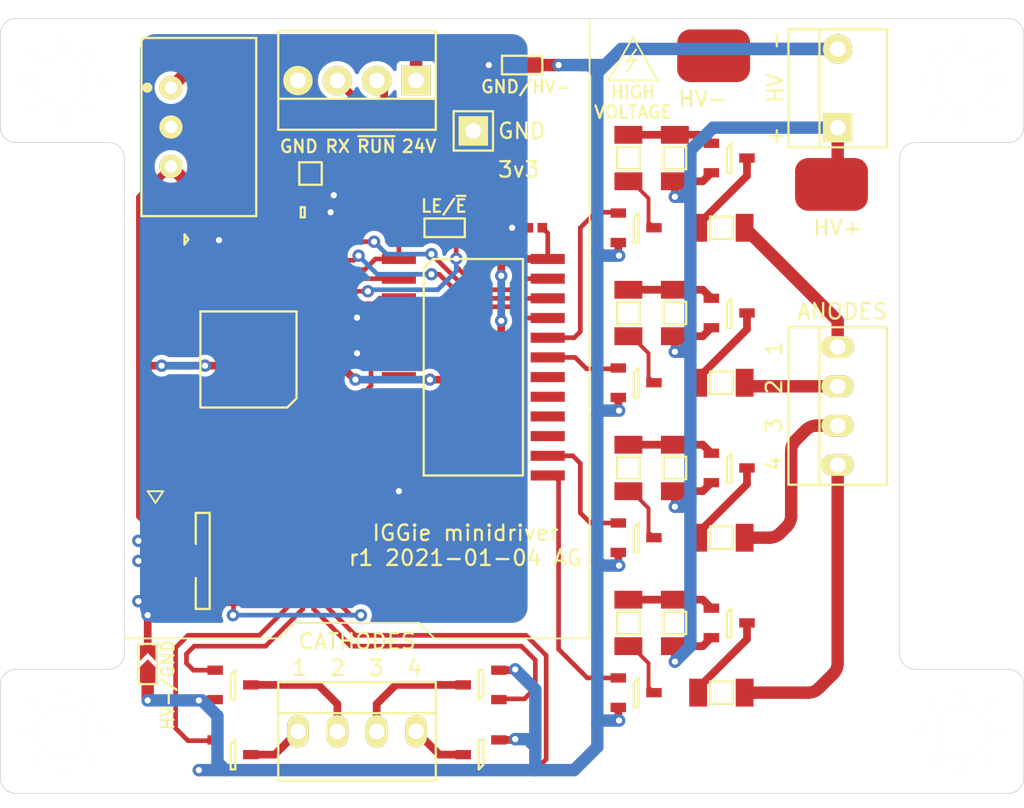
<source format=kicad_pcb>
(kicad_pcb (version 20221018) (generator pcbnew)
  (layers (0 "F.Cu" signal) (31 "B.Cu" signal) (34 "B.Paste" user) (35 "F.Paste" user) (36 "B.SilkS" user "B.Silkscreen") (37 "F.SilkS" user "F.Silkscreen") (38 "B.Mask" user) (39 "F.Mask" user) (44 "Edge.Cuts" user))
  (net 0 "")
  (net 1 "GND")
  (net 2 "24v")
  (net 3 "3v3")
  (net 4 "/nRST")
  (net 5 "no_connect_61")
  (net 6 "no_connect_60")
  (net 7 "no_connect_59")
  (net 8 "no_connect_57")
  (net 9 "no_connect_56")
  (net 10 "no_connect_55")
  (net 11 "no_connect_54")
  (net 12 "/SWCLK")
  (net 13 "/SWDIO")
  (net 14 "no_connect_53")
  (net 15 "/PSU_~{RUN}")
  (net 16 "/PSU_UART_TX")
  (net 17 "no_connect_52")
  (net 18 "/LE")
  (net 19 "/~{E}")
  (net 20 "no_connect_50")
  (net 21 "Net-(D1-Pad2)")
  (net 22 "/LED")
  (net 23 "/A3")
  (net 24 "/A2")
  (net 25 "/A1")
  (net 26 "/A0")
  (net 27 "/GK4")
  (net 28 "/GK3")
  (net 29 "/GK2")
  (net 30 "/GK1")
  (net 31 "no_connect_58")
  (net 32 "no_connect_51")
  (net 33 "no_connect_49")
  (net 34 "no_connect_69")
  (net 35 "no_connect_68")
  (net 36 "no_connect_67")
  (net 37 "no_connect_66")
  (net 38 "no_connect_65")
  (net 39 "no_connect_64")
  (net 40 "no_connect_63")
  (net 41 "no_connect_62")
  (net 42 "/GA1")
  (net 43 "/GA3")
  (net 44 "/GA2")
  (net 45 "/GA4")
  (net 46 "no_connect_73")
  (net 47 "no_connect_72")
  (net 48 "no_connect_71")
  (net 49 "no_connect_70")
  (net 50 "/HV-")
  (net 51 "no_connect_74")
  (net 52 "/HV+")
  (net 53 "Net-(J2-Pad3)")
  (net 54 "Net-(J2-Pad2)")
  (net 55 "/AN4")
  (net 56 "/AN3")
  (net 57 "/AN2")
  (net 58 "/AN1")
  (net 59 "/K4")
  (net 60 "/K3")
  (net 61 "/K2")
  (net 62 "/K1")
  (net 63 "no_connect_76")
  (net 64 "no_connect_77")
  (net 65 "Net-(Q1-Pad3)")
  (net 66 "Net-(Q2-Pad3)")
  (net 67 "Net-(Q3-Pad3)")
  (net 68 "Net-(Q3-Pad1)")
  (net 69 "Net-(Q5-Pad3)")
  (net 70 "Net-(Q5-Pad1)")
  (net 71 "Net-(Q7-Pad3)")
  (net 72 "Net-(Q8-Pad3)")
  (net 73 "Net-(Q9-Pad3)")
  (net 74 "Net-(Q9-Pad1)")
  (net 75 "Net-(Q11-Pad3)")
  (net 76 "Net-(Q11-Pad1)")
  (footprint "agg:SJ2" (layer "F.Cu") (at 120.5 113.5 180)
    (fp_text reference "J3")
    (fp_text value "SJ2")
  )
  (footprint "agg:1206" (layer "F.Cu") (at 132.5 139 90)
    (fp_text reference "R10")
    (fp_text value "1M")
  )
  (footprint "agg:1206" (layer "F.Cu") (at 135.5 139 -90)
    (fp_text reference "R12")
    (fp_text value "10k")
  )
  (footprint "agg:1206" (layer "F.Cu") (at 138.5 113.5)
    (fp_text reference "R7")
    (fp_text value "93k1")
  )
  (footprint "agg:MOLEX-KK-254P-03" (layer "F.Cu") (at 146 104.5 90)
    (fp_text reference "J1")
    (fp_text value "HV_IN")
  )
  (footprint "agg:SOT-23" (layer "F.Cu") (at 139 119)
    (fp_text reference "Q9")
    (fp_text value "PBHV9050T,215")
  )
  (footprint "agg:1206" (layer "F.Cu") (at 138.5 133.5)
    (fp_text reference "R8")
    (fp_text value "93k1")
  )
  (footprint "agg:0402" (layer "F.Cu") (at 114 119.8 90)
    (fp_text reference "C5")
    (fp_text value "100n")
  )
  (footprint "agg:SOT-23" (layer "F.Cu") (at 139 139)
    (fp_text reference "Q11")
    (fp_text value "PBHV9050T,215")
  )
  (footprint "agg:1206" (layer "F.Cu") (at 132.5 119 90)
    (fp_text reference "R9")
    (fp_text value "1M")
  )
  (footprint "agg:1206" (layer "F.Cu") (at 135.5 119 -90)
    (fp_text reference "R11")
    (fp_text value "10k")
  )
  (footprint "agg:0603-LED" (layer "F.Cu") (at 104 114.25 180)
    (fp_text reference "D1")
    (fp_text value "LED")
  )
  (footprint "agg:TSR1" (layer "F.Cu") (at 103 107 -90)
    (fp_text reference "IC1")
    (fp_text value "TSR1-2433")
  )
  (footprint "agg:0402" (layer "F.Cu") (at 114 122 90)
    (fp_text reference "C2")
    (fp_text value "100n")
  )
  (footprint "agg:M3_MOUNT" (layer "F.Cu") (at 96 146)
    (fp_text reference "X1" hide)
    (fp_text value "M3 MOUNT" hide)
  )
  (footprint "agg:SOT-23" (layer "F.Cu") (at 107 147.5)
    (fp_text reference "Q4")
    (fp_text value "DMN60H080DS-7")
  )
  (footprint "agg:KEYSTONE5016" (layer "F.Cu") (at 138 102.4)
    (fp_text reference "TP2")
    (fp_text value "TESTPAD")
  )
  (footprint "agg:0402" (layer "F.Cu") (at 126.5 113.5 180)
    (fp_text reference "C4")
    (fp_text value "100n")
  )
  (footprint "agg:SJ2" (layer "F.Cu") (at 101.5 141.5 90)
    (fp_text reference "J7")
    (fp_text value "SJ2")
  )
  (footprint "agg:M3_MOUNT" (layer "F.Cu") (at 154 104)
    (fp_text reference "X4" hide)
    (fp_text value "M3 MOUNT" hide)
  )
  (footprint "agg:MOLEX-KK-254P-04" (layer "F.Cu") (at 146 125 90)
    (fp_text reference "J4")
    (fp_text value "ANODES")
  )
  (footprint "agg:SOT-23" (layer "F.Cu") (at 133 133.5)
    (fp_text reference "Q2")
    (fp_text value "DMN60H080DS-7")
  )
  (footprint "agg:SOT-23" (layer "F.Cu") (at 133 123.5)
    (fp_text reference "Q7")
    (fp_text value "DMN60H080DS-7")
  )
  (footprint "agg:SJ2" (layer "F.Cu") (at 125.5 103 180)
    (fp_text reference "J6")
    (fp_text value "SJ2")
  )
  (footprint "agg:1206" (layer "F.Cu") (at 112 110)
    (fp_text reference "C1")
    (fp_text value "4µ7")
  )
  (footprint "agg:SOT-23" (layer "F.Cu") (at 123 143 180)
    (fp_text reference "Q6")
    (fp_text value "DMN60H080DS-7")
  )
  (footprint "agg:TESTPAD" (layer "F.Cu") (at 122.5 109.75)
    (fp_text reference "TP3" hide)
    (fp_text value "TESTPAD" hide)
  )
  (footprint "agg:SOT-23" (layer "F.Cu") (at 133 113.5)
    (fp_text reference "Q1")
    (fp_text value "DMN60H080DS-7")
  )
  (footprint "agg:LQFP-32" (layer "F.Cu") (at 108 122 180)
    (fp_text reference "IC2")
    (fp_text value "STM32G070KBT6")
  )
  (footprint "agg:1206" (layer "F.Cu") (at 135.5 109 -90)
    (fp_text reference "R5")
    (fp_text value "10k")
  )
  (footprint "agg:M3_MOUNT" (layer "F.Cu") (at 154 146)
    (fp_text reference "X3" hide)
    (fp_text value "M3 MOUNT" hide)
  )
  (footprint "agg:MOLEX-KK-254P-04" (layer "F.Cu") (at 115 104 180)
    (fp_text reference "J2")
    (fp_text value "HV_PSU")
  )
  (footprint "agg:1206" (layer "F.Cu") (at 132.5 109 90)
    (fp_text reference "R3")
    (fp_text value "1M")
  )
  (footprint "agg:0402" (layer "F.Cu") (at 116.75 110 -90)
    (fp_text reference "R1")
    (fp_text value "100")
  )
  (footprint "agg:SIL-254P-01" (layer "F.Cu") (at 122.5 107.25)
    (fp_text reference "TP4")
    (fp_text value "TESTPAD")
  )
  (footprint "agg:FTSH-105-01-L-DV-K" (layer "F.Cu") (at 105 135 -90)
    (fp_text reference "P1")
    (fp_text value "SWD")
  )
  (footprint "agg:SOT-23" (layer "F.Cu") (at 139 109)
    (fp_text reference "Q3")
    (fp_text value "PBHV9050T,215")
  )
  (footprint "agg:SOT-23" (layer "F.Cu") (at 123 147.5 180)
    (fp_text reference "Q12")
    (fp_text value "DMN60H080DS-7")
  )
  (footprint "agg:KEYSTONE5016" (layer "F.Cu") (at 145.6 110.7 180)
    (fp_text reference "TP1")
    (fp_text value "TESTPAD")
  )
  (footprint "agg:MOLEX-KK-254P-04" (layer "F.Cu") (at 115 146)
    (fp_text reference "J5")
    (fp_text value "CATHODES")
  )
  (footprint "agg:1206" (layer "F.Cu") (at 138.5 143.5)
    (fp_text reference "R14")
    (fp_text value "93k1")
  )
  (footprint "agg:0402" (layer "F.Cu") (at 104 115.9 180)
    (fp_text reference "R15")
    (fp_text value "1k")
  )
  (footprint "agg:SOT-23" (layer "F.Cu") (at 107 143)
    (fp_text reference "Q10")
    (fp_text value "DMN60H080DS-7")
  )
  (footprint "agg:1206" (layer "F.Cu") (at 135.5 129 -90)
    (fp_text reference "R6")
    (fp_text value "10k")
  )
  (footprint "agg:1206" (layer "F.Cu") (at 138.5 123.5)
    (fp_text reference "R13")
    (fp_text value "93k1")
  )
  (footprint "agg:SOT-23" (layer "F.Cu") (at 139 129)
    (fp_text reference "Q5")
    (fp_text value "PBHV9050T,215")
  )
  (footprint "agg:SOT-23" (layer "F.Cu") (at 133 143.5)
    (fp_text reference "Q8")
    (fp_text value "DMN60H080DS-7")
  )
  (footprint "agg:SOIC-24-W" (layer "F.Cu") (at 122.5 122.5)
    (fp_text reference "IC3")
    (fp_text value "74HC4514")
  )
  (footprint "agg:0603" (layer "F.Cu") (at 111.5 112.5)
    (fp_text reference "C3")
    (fp_text value "10µ")
  )
  (footprint "agg:1206" (layer "F.Cu") (at 132.5 129 90)
    (fp_text reference "R4")
    (fp_text value "1M")
  )
  (footprint "agg:0402" (layer "F.Cu") (at 115.25 110 -90)
    (fp_text reference "R2")
    (fp_text value "100")
  )
  (footprint "agg:M3_MOUNT" (layer "F.Cu") (at 96 104)
    (fp_text reference "X2" hide)
    (fp_text value "M3 MOUNT" hide)
  )
  (gr_line (start 134.4 104) (end 132.8 101.2) (stroke (width 0.12)) (layer "F.SilkS"))
  (gr_line (start 130 100) (end 130 140) (stroke (width 0.12)) (layer "F.SilkS"))
  (gr_line (start 110 140) (end 100 140) (stroke (width 0.12)) (layer "F.SilkS"))
  (gr_line (start 102 131.25) (end 101.5 130.5) (stroke (width 0.12)) (layer "F.SilkS"))
  (gr_line (start 111 139) (end 119 139) (stroke (width 0.12)) (layer "F.SilkS"))
  (gr_line (start 132.4 102.8) (end 133 102.6) (stroke (width 0.12)) (layer "F.SilkS"))
  (gr_line (start 102.5 130.5) (end 102 131.25) (stroke (width 0.12)) (layer "F.SilkS"))
  (gr_line (start 133 102) (end 132.4 102.8) (stroke (width 0.12)) (layer "F.SilkS"))
  (gr_line (start 130 140) (end 120 140) (stroke (width 0.12)) (layer "F.SilkS"))
  (gr_line (start 132.8 101.2) (end 131.2 104) (stroke (width 0.12)) (layer "F.SilkS"))
  (gr_line (start 131.2 104) (end 134.4 104) (stroke (width 0.12)) (layer "F.SilkS"))
  (gr_line (start 101.5 130.5) (end 102.5 130.5) (stroke (width 0.12)) (layer "F.SilkS"))
  (gr_line (start 110 140) (end 111 139) (stroke (width 0.12)) (layer "F.SilkS"))
  (gr_line (start 133 102.6) (end 132.4 103.4) (stroke (width 0.12)) (layer "F.SilkS"))
  (gr_line (start 119 139) (end 120 140) (stroke (width 0.12)) (layer "F.SilkS"))
  (gr_arc (start 99 108) (mid 99.707107 108.292893) (end 100 109) (stroke (width 0.05)) (layer "Edge.Cuts"))
  (gr_line (start 93 142) (end 99 142) (stroke (width 0.05)) (layer "Edge.Cuts"))
  (gr_arc (start 92 143) (mid 92.292893 142.292893) (end 93 142) (stroke (width 0.05)) (layer "Edge.Cuts"))
  (gr_line (start 92 149) (end 92 143) (stroke (width 0.05)) (layer "Edge.Cuts"))
  (gr_line (start 151 142) (end 157 142) (stroke (width 0.05)) (layer "Edge.Cuts"))
  (gr_arc (start 157 100) (mid 157.707107 100.292893) (end 158 101) (stroke (width 0.05)) (layer "Edge.Cuts"))
  (gr_line (start 150 141) (end 150 109) (stroke (width 0.05)) (layer "Edge.Cuts"))
  (gr_arc (start 151 142) (mid 150.292893 141.707107) (end 150 141) (stroke (width 0.05)) (layer "Edge.Cuts"))
  (gr_line (start 92 101) (end 92 107) (stroke (width 0.05)) (layer "Edge.Cuts"))
  (gr_arc (start 92 101) (mid 92.292893 100.292893) (end 93 100) (stroke (width 0.05)) (layer "Edge.Cuts"))
  (gr_arc (start 158 107) (mid 157.707107 107.707107) (end 157 108) (stroke (width 0.05)) (layer "Edge.Cuts"))
  (gr_line (start 158 107) (end 158 101) (stroke (width 0.05)) (layer "Edge.Cuts"))
  (gr_line (start 158 143) (end 158 149) (stroke (width 0.05)) (layer "Edge.Cuts"))
  (gr_line (start 93 150) (end 157 150) (stroke (width 0.05)) (layer "Edge.Cuts"))
  (gr_arc (start 93 108) (mid 92.292893 107.707107) (end 92 107) (stroke (width 0.05)) (layer "Edge.Cuts"))
  (gr_line (start 157 100) (end 93 100) (stroke (width 0.05)) (layer "Edge.Cuts"))
  (gr_arc (start 157 142) (mid 157.707107 142.292893) (end 158 143) (stroke (width 0.05)) (layer "Edge.Cuts"))
  (gr_arc (start 93 150) (mid 92.292893 149.707107) (end 92 149) (stroke (width 0.05)) (layer "Edge.Cuts"))
  (gr_arc (start 150 109) (mid 150.292893 108.292893) (end 151 108) (stroke (width 0.05)) (layer "Edge.Cuts"))
  (gr_arc (start 158 149) (mid 157.707107 149.707107) (end 157 150) (stroke (width 0.05)) (layer "Edge.Cuts"))
  (gr_line (start 93 108) (end 99 108) (stroke (width 0.05)) (layer "Edge.Cuts"))
  (gr_arc (start 100 141) (mid 99.707107 141.707107) (end 99 142) (stroke (width 0.05)) (layer "Edge.Cuts"))
  (gr_line (start 151 108) (end 157 108) (stroke (width 0.05)) (layer "Edge.Cuts"))
  (gr_line (start 100 109) (end 100 141) (stroke (width 0.05)) (layer "Edge.Cuts"))
  (gr_text "~{RUN}" (at 116.25 108.25) (layer "F.SilkS") (effects (font (size 0.8 0.8))))
  (gr_text "1  2  3  4" (at 115 141.9) (layer "F.SilkS") (effects (font (size 1 1))))
  (gr_text "4  3  2  1" (at 141.9 125 90) (layer "F.SilkS") (effects (font (size 1 1))))
  (gr_text "GND/HV-" (at 125.9 104.4) (layer "F.SilkS") (effects (font (size 0.8 0.8))))
  (gr_text "ANODES" (at 146.3 118.9) (layer "F.SilkS") (effects (font (size 1 1))))
  (gr_text "CATHODES" (at 115 140.2) (layer "F.SilkS") (effects (font (size 1 1))))
  (gr_text "HV+" (at 146 113.5) (layer "F.SilkS") (effects (font (size 1 1))))
  (gr_text "HV-/GND" (at 102.8 143 90) (layer "F.SilkS") (effects (font (size 0.8 0.8))))
  (gr_text "IGGie minidriver\nr1 2021-01-04 AG" (at 122 134) (layer "F.SilkS") (effects (font (size 1 1))))
  (gr_text "RX" (at 113.75 108.25) (layer "F.SilkS") (effects (font (size 0.8 0.8))))
  (gr_text "3v3" (at 124 109.75) (layer "F.SilkS") (effects (font (size 1 1)) (justify left)))
  (gr_text "HV-" (at 137.3 105.2) (layer "F.SilkS") (effects (font (size 1 1))))
  (gr_text "HIGH\nVOLTAGE" (at 132.8 105.4) (layer "F.SilkS") (effects (font (size 0.8 0.8))))
  (gr_text "GND" (at 124 107.25) (layer "F.SilkS") (effects (font (size 1 1)) (justify left)))
  (gr_text "24V" (at 119 108.25) (layer "F.SilkS") (effects (font (size 0.8 0.8))))
  (gr_text "+  HV  -" (at 142 104.5 90) (layer "F.SilkS") (effects (font (size 1 1))))
  (gr_text "GND" (at 111.25 108.25) (layer "F.SilkS") (effects (font (size 0.8 0.8))))
  (gr_text "LE/~{E}" (at 120.6 112.1) (layer "F.SilkS") (effects (font (size 0.8 0.8))))
  (segment (start 102.905 137.6) (end 100.9 137.6) (width 0.3) (layer "F.Cu") (net 1))
  (segment (start 114.95 119.35) (end 115 119.3) (width 0.3) (layer "F.Cu") (net 1))
  (segment (start 117.7 129.485) (end 117.7 130.5) (width 0.3) (layer "F.Cu") (net 1))
  (segment (start 100.93 133.73) (end 100.9 133.7) (width 0.3) (layer "F.Cu") (net 1))
  (segment (start 102.965 135) (end 100.9 135) (width 0.3) (layer "F.Cu") (net 1))
  (segment (start 113.5 110) (end 113.5 111.4) (width 0.8) (layer "F.Cu") (net 1))
  (segment (start 112.2 121.6) (end 113.95 121.6) (width 0.5) (layer "F.Cu") (net 1))
  (segment (start 104.8 114.25) (end 106.05 114.25) (width 0.3) (layer "F.Cu") (net 1))
  (segment (start 102.965 137.54) (end 102.905 137.6) (width 0.3) (layer "F.Cu") (net 1))
  (segment (start 101.5 140.65) (end 101.5 138.5) (width 0.5) (layer "F.Cu") (net 1))
  (segment (start 124.65 103) (end 123.5 103) (width 0.5) (layer "F.Cu") (net 1))
  (segment (start 112.3 112.5) (end 113.3 112.5) (width 0.8) (layer "F.Cu") (net 1))
  (segment (start 106.05 114.25) (end 106.1 114.3) (width 0.3) (layer "F.Cu") (net 1))
  (segment (start 113.95 121.6) (end 114 121.55) (width 0.3) (layer "F.Cu") (net 1))
  (segment (start 102.965 133.73) (end 100.93 133.73) (width 0.3) (layer "F.Cu") (net 1))
  (segment (start 114.95 121.55) (end 115 121.6) (width 0.3) (layer "F.Cu") (net 1))
  (segment (start 114 121.55) (end 114.95 121.55) (width 0.5) (layer "F.Cu") (net 1))
  (segment (start 114 119.35) (end 114.95 119.35) (width 0.5) (layer "F.Cu") (net 1))
  (segment (start 126.05 113.5) (end 125 113.5) (width 0.3) (layer "F.Cu") (net 1))
  (via (at 113.3 112.5) (size 0.8) (drill 0.4) (layers "F.Cu" "B.Cu") (net 1))
  (via (at 100.9 135) (size 0.8) (drill 0.4) (layers "F.Cu" "B.Cu") (net 1))
  (via (at 106.1 114.3) (size 0.8) (drill 0.4) (layers "F.Cu" "B.Cu") (net 1))
  (via (at 100.9 133.7) (size 0.8) (drill 0.4) (layers "F.Cu" "B.Cu") (net 1))
  (via (at 113.5 111.4) (size 0.8) (drill 0.4) (layers "F.Cu" "B.Cu") (net 1))
  (via (at 115 119.3) (size 0.8) (drill 0.4) (layers "F.Cu" "B.Cu") (net 1))
  (via (at 123.5 103) (size 0.8) (drill 0.4) (layers "F.Cu" "B.Cu") (net 1))
  (via (at 125 113.5) (size 0.8) (drill 0.4) (layers "F.Cu" "B.Cu") (net 1))
  (via (at 100.9 137.6) (size 0.8) (drill 0.4) (layers "F.Cu" "B.Cu") (net 1))
  (via (at 117.7 130.5) (size 0.8) (drill 0.4) (layers "F.Cu" "B.Cu") (net 1))
  (via (at 101.5 138.5) (size 0.8) (drill 0.4) (layers "F.Cu" "B.Cu") (net 1))
  (via (at 115 121.6) (size 0.8) (drill 0.4) (layers "F.Cu" "B.Cu") (net 1))
  (segment (start 108.75 102) (end 109.05 101.7) (width 0.8) (layer "F.Cu") (net 2))
  (segment (start 109.05 101.7) (end 105.76 101.7) (width 0.8) (layer "F.Cu") (net 2))
  (segment (start 118.81 102.31) (end 118.2 101.7) (width 0.8) (layer "F.Cu") (net 2))
  (segment (start 108.75 105.75) (end 108.75 102) (width 0.8) (layer "F.Cu") (net 2))
  (segment (start 105.76 101.7) (end 103 104.46) (width 0.8) (layer "F.Cu") (net 2))
  (segment (start 118.81 104) (end 118.81 102.31) (width 0.8) (layer "F.Cu") (net 2))
  (segment (start 118.2 101.7) (end 109.05 101.7) (width 0.8) (layer "F.Cu") (net 2))
  (segment (start 110.5 110) (end 110.5 107.5) (width 0.8) (layer "F.Cu") (net 2))
  (segment (start 110.5 107.5) (end 108.75 105.75) (width 0.8) (layer "F.Cu") (net 2))
  (segment (start 114 122.45) (end 114.85 123.3) (width 0.5) (layer "F.Cu") (net 3))
  (segment (start 122.2 123.3) (end 124.3 121.2) (width 0.5) (layer "F.Cu") (net 3))
  (segment (start 114.85 123.3) (end 114.9 123.3) (width 0.5) (layer "F.Cu") (net 3))
  (segment (start 119.7 123.3) (end 122.2 123.3) (width 0.5) (layer "F.Cu") (net 3))
  (segment (start 123.75 115.35) (end 124.3 115.9) (width 0.3) (layer "F.Cu") (net 3))
  (segment (start 123.75 111) (end 123.75 115.35) (width 0.3) (layer "F.Cu") (net 3))
  (segment (start 124.3 115.9) (end 124.3 116.6) (width 0.5) (layer "F.Cu") (net 3))
  (segment (start 112.2 122.4) (end 105.2 122.4) (width 0.5) (layer "F.Cu") (net 3))
  (segment (start 102.4 122.4) (end 101.1 122.4) (width 0.5) (layer "F.Cu") (net 3))
  (segment (start 102.965 132.46) (end 101.36 132.46) (width 0.5) (layer "F.Cu") (net 3))
  (segment (start 124.3 121.2) (end 124.3 119.5) (width 0.5) (layer "F.Cu") (net 3))
  (segment (start 122.5 109.75) (end 123.75 111) (width 0.3) (layer "F.Cu") (net 3))
  (segment (start 113.95 122.4) (end 114 122.45) (width 0.3) (layer "F.Cu") (net 3))
  (segment (start 127.3 113.85) (end 127.3 115.515) (width 0.3) (layer "F.Cu") (net 3))
  (segment (start 124.685 115.515) (end 124.3 115.9) (width 0.5) (layer "F.Cu") (net 3))
  (segment (start 101 122.3) (end 101 111.54) (width 0.5) (layer "F.Cu") (net 3))
  (segment (start 101 111.54) (end 103 109.54) (width 0.5) (layer "F.Cu") (net 3))
  (segment (start 101.1 122.4) (end 101 122.3) (width 0.3) (layer "F.Cu") (net 3))
  (segment (start 127.3 115.515) (end 124.685 115.515) (width 0.5) (layer "F.Cu") (net 3))
  (segment (start 105.96 112.5) (end 103 109.54) (width 0.8) (layer "F.Cu") (net 3))
  (segment (start 126.95 113.5) (end 127.3 113.85) (width 0.3) (layer "F.Cu") (net 3))
  (segment (start 110.7 112.5) (end 105.96 112.5) (width 0.8) (layer "F.Cu") (net 3))
  (segment (start 101 132.1) (end 101 122.3) (width 0.5) (layer "F.Cu") (net 3))
  (segment (start 101.36 132.46) (end 101 132.1) (width 0.5) (layer "F.Cu") (net 3))
  (segment (start 112.2 122.4) (end 113.95 122.4) (width 0.5) (layer "F.Cu") (net 3))
  (via (at 102.4 122.4) (size 0.8) (drill 0.4) (layers "F.Cu" "B.Cu") (net 3))
  (via (at 124.3 119.5) (size 0.8) (drill 0.4) (layers "F.Cu" "B.Cu") (net 3))
  (via (at 124.3 116.6) (size 0.8) (drill 0.4) (layers "F.Cu" "B.Cu") (net 3))
  (via (at 119.7 123.3) (size 0.8) (drill 0.4) (layers "F.Cu" "B.Cu") (net 3))
  (via (at 114.9 123.3) (size 0.8) (drill 0.4) (layers "F.Cu" "B.Cu") (net 3))
  (via (at 105.2 122.4) (size 0.8) (drill 0.4) (layers "F.Cu" "B.Cu") (net 3))
  (segment (start 114.9 123.3) (end 119.7 123.3) (width 0.5) (layer "B.Cu") (net 3))
  (segment (start 124.3 119.5) (end 124.3 116.6) (width 0.5) (layer "B.Cu") (net 3))
  (segment (start 105.2 122.4) (end 102.4 122.4) (width 0.5) (layer "B.Cu") (net 3))
  (segment (start 113.6 137.5) (end 113.6 126) (width 0.3) (layer "F.Cu") (net 4))
  (segment (start 115.9 123.7) (end 115.9 120.9) (width 0.3) (layer "F.Cu") (net 4))
  (segment (start 115.9 120.9) (end 115.25 120.25) (width 0.3) (layer "F.Cu") (net 4))
  (segment (start 113.45 120.8) (end 114 120.25) (width 0.3) (layer "F.Cu") (net 4))
  (segment (start 107.035 137.54) (end 107.035 138.465) (width 0.3) (layer "F.Cu") (net 4))
  (segment (start 113.6 126) (end 115.9 123.7) (width 0.3) (layer "F.Cu") (net 4))
  (segment (start 115.25 138.5) (end 114.6 138.5) (width 0.3) (layer "F.Cu") (net 4))
  (segment (start 107.035 138.465) (end 107 138.5) (width 0.3) (layer "F.Cu") (net 4))
  (segment (start 115.25 120.25) (end 114 120.25) (width 0.3) (layer "F.Cu") (net 4))
  (segment (start 114.6 138.5) (end 113.6 137.5) (width 0.3) (layer "F.Cu") (net 4))
  (segment (start 112.2 120.8) (end 113.45 120.8) (width 0.3) (layer "F.Cu") (net 4))
  (via (at 115.25 138.5) (size 0.8) (drill 0.4) (layers "F.Cu" "B.Cu") (net 4))
  (via (at 107 138.5) (size 0.8) (drill 0.4) (layers "F.Cu" "B.Cu") (net 4))
  (segment (start 107 138.5) (end 115.25 138.5) (width 0.3) (layer "B.Cu") (net 4))
  (segment (start 105.2 129) (end 106.8 130.6) (width 0.3) (layer "F.Cu") (net 12))
  (segment (start 109.1 130.6) (end 109.7 131.2) (width 0.3) (layer "F.Cu") (net 12))
  (segment (start 109.7 131.2) (end 109.7 133) (width 0.3) (layer "F.Cu") (net 12))
  (segment (start 109.7 133) (end 108.97 133.73) (width 0.3) (layer "F.Cu") (net 12))
  (segment (start 106.8 130.6) (end 109.1 130.6) (width 0.3) (layer "F.Cu") (net 12))
  (segment (start 108.97 133.73) (end 107.035 133.73) (width 0.3) (layer "F.Cu") (net 12))
  (segment (start 105.2 126.2) (end 105.2 129) (width 0.3) (layer "F.Cu") (net 12))
  (segment (start 109 131.5) (end 108.8 131.3) (width 0.3) (layer "F.Cu") (net 13))
  (segment (start 109 132.2) (end 109 131.5) (width 0.3) (layer "F.Cu") (net 13))
  (segment (start 108.74 132.46) (end 109 132.2) (width 0.3) (layer "F.Cu") (net 13))
  (segment (start 106.5 131.3) (end 103.8 128.6) (width 0.3) (layer "F.Cu") (net 13))
  (segment (start 103.8 128.6) (end 103.8 124.8) (width 0.3) (layer "F.Cu") (net 13))
  (segment (start 107.035 132.46) (end 108.74 132.46) (width 0.3) (layer "F.Cu") (net 13))
  (segment (start 108.8 131.3) (end 106.5 131.3) (width 0.3) (layer "F.Cu") (net 13))
  (segment (start 109.4 114.3) (end 113.9 114.3) (width 0.3) (layer "F.Cu") (net 15))
  (segment (start 113.9 114.3) (end 116.75 111.45) (width 0.3) (layer "F.Cu") (net 15))
  (segment (start 106.8 116.9) (end 109.4 114.3) (width 0.3) (layer "F.Cu") (net 15))
  (segment (start 106.8 117.8) (end 106.8 116.9) (width 0.3) (layer "F.Cu") (net 15))
  (segment (start 116.75 111.45) (end 116.75 110.45) (width 0.3) (layer "F.Cu") (net 15))
  (segment (start 113.7 113.7) (end 115.25 112.15) (width 0.3) (layer "F.Cu") (net 16))
  (segment (start 115.25 112.15) (end 115.25 110.45) (width 0.3) (layer "F.Cu") (net 16))
  (segment (start 106 116.9) (end 109.2 113.7) (width 0.3) (layer "F.Cu") (net 16))
  (segment (start 109.2 113.7) (end 113.7 113.7) (width 0.3) (layer "F.Cu") (net 16))
  (segment (start 106 117.8) (end 106 116.9) (width 0.3) (layer "F.Cu") (net 16))
  (segment (start 117.7 113.9) (end 117.7 115.515) (width 0.3) (layer "F.Cu") (net 18))
  (segment (start 118.1 113.5) (end 117.7 113.9) (width 0.3) (layer "F.Cu") (net 18))
  (segment (start 115.5 116.2) (end 116.185 115.515) (width 0.3) (layer "F.Cu") (net 18))
  (segment (start 110.5 116.2) (end 115.5 116.2) (width 0.3) (layer "F.Cu") (net 18))
  (segment (start 110 117.8) (end 110 116.7) (width 0.3) (layer "F.Cu") (net 18))
  (segment (start 110 116.7) (end 110.5 116.2) (width 0.3) (layer "F.Cu") (net 18))
  (segment (start 119.65 113.5) (end 118.1 113.5) (width 0.3) (layer "F.Cu") (net 18))
  (segment (start 116.185 115.515) (end 117.7 115.515) (width 0.3) (layer "F.Cu") (net 18))
  (segment (start 125.815 116.785) (end 127.3 116.785) (width 0.3) (layer "F.Cu") (net 19))
  (segment (start 112.4 117.6) (end 110 120) (width 0.3) (layer "F.Cu") (net 19))
  (segment (start 115.7 117.6) (end 112.4 117.6) (width 0.3) (layer "F.Cu") (net 19))
  (segment (start 125.1 117.5) (end 125.815 116.785) (width 0.3) (layer "F.Cu") (net 19))
  (segment (start 110 120) (end 103.8 120) (width 0.3) (layer "F.Cu") (net 19))
  (segment (start 121.35 113.5) (end 121.4 113.55) (width 0.3) (layer "F.Cu") (net 19))
  (segment (start 121.4 116) (end 122.9 117.5) (width 0.3) (layer "F.Cu") (net 19))
  (segment (start 122.9 117.5) (end 125.1 117.5) (width 0.3) (layer "F.Cu") (net 19))
  (segment (start 121.4 113.55) (end 121.4 115.5) (width 0.3) (layer "F.Cu") (net 19))
  (segment (start 121.4 115.5) (end 121.4 116) (width 0.3) (layer "F.Cu") (net 19))
  (via (at 115.7 117.6) (size 0.8) (drill 0.4) (layers "F.Cu" "B.Cu") (net 19))
  (via (at 121.4 115.5) (size 0.8) (drill 0.4) (layers "F.Cu" "B.Cu") (net 19))
  (segment (start 120.2 117.5) (end 118.9 117.5) (width 0.3) (layer "B.Cu") (net 19))
  (segment (start 115.8 117.5) (end 115.7 117.6) (width 0.3) (layer "B.Cu") (net 19))
  (segment (start 120.4 117.3) (end 120.2 117.5) (width 0.3) (layer "B.Cu") (net 19))
  (segment (start 121.4 115.5) (end 121.4 116.3) (width 0.3) (layer "B.Cu") (net 19))
  (segment (start 118.9 117.5) (end 115.8 117.5) (width 0.3) (layer "B.Cu") (net 19))
  (segment (start 121.4 116.3) (end 120.4 117.3) (width 0.3) (layer "B.Cu") (net 19))
  (segment (start 103.2 114.25) (end 103.2 115.55) (width 0.3) (layer "F.Cu") (net 21))
  (segment (start 103.2 115.55) (end 103.55 115.9) (width 0.3) (layer "F.Cu") (net 21))
  (segment (start 104.65 115.9) (end 104.45 115.9) (width 0.3) (layer "F.Cu") (net 22))
  (segment (start 105.2 117.8) (end 105.2 116.45) (width 0.3) (layer "F.Cu") (net 22))
  (segment (start 105.2 116.45) (end 104.65 115.9) (width 0.3) (layer "F.Cu") (net 22))
  (segment (start 109.7 114.9) (end 114.2 114.9) (width 0.3) (layer "F.Cu") (net 23))
  (segment (start 127.3 118.055) (end 122.655 118.055) (width 0.3) (layer "F.Cu") (net 23))
  (segment (start 108.4 116.2) (end 109.7 114.9) (width 0.3) (layer "F.Cu") (net 23))
  (segment (start 108.4 117.8) (end 108.4 116.2) (width 0.3) (layer "F.Cu") (net 23))
  (segment (start 114.2 114.9) (end 114.7 114.4) (width 0.3) (layer "F.Cu") (net 23))
  (segment (start 122.655 118.055) (end 119.8 115.2) (width 0.3) (layer "F.Cu") (net 23))
  (segment (start 114.7 114.4) (end 116.1 114.4) (width 0.3) (layer "F.Cu") (net 23))
  (via (at 119.8 115.2) (size 0.8) (drill 0.4) (layers "F.Cu" "B.Cu") (net 23))
  (via (at 116.1 114.4) (size 0.8) (drill 0.4) (layers "F.Cu" "B.Cu") (net 23))
  (segment (start 116.9 115.2) (end 116.1 114.4) (width 0.3) (layer "B.Cu") (net 23))
  (segment (start 119.8 115.2) (end 116.9 115.2) (width 0.3) (layer "B.Cu") (net 23))
  (segment (start 109.2 116.4) (end 110 115.6) (width 0.3) (layer "F.Cu") (net 24))
  (segment (start 114.8 115.6) (end 115.1 115.3) (width 0.3) (layer "F.Cu") (net 24))
  (segment (start 110 115.6) (end 114.8 115.6) (width 0.3) (layer "F.Cu") (net 24))
  (segment (start 125.2 118.6) (end 125.925 119.325) (width 0.3) (layer "F.Cu") (net 24))
  (segment (start 120.3 116.5) (end 122.4 118.6) (width 0.3) (layer "F.Cu") (net 24))
  (segment (start 119.8 116.5) (end 120.3 116.5) (width 0.3) (layer "F.Cu") (net 24))
  (segment (start 122.4 118.6) (end 125.2 118.6) (width 0.3) (layer "F.Cu") (net 24))
  (segment (start 109.2 117.8) (end 109.2 116.4) (width 0.3) (layer "F.Cu") (net 24))
  (segment (start 125.925 119.325) (end 127.3 119.325) (width 0.3) (layer "F.Cu") (net 24))
  (via (at 115.1 115.3) (size 0.8) (drill 0.4) (layers "F.Cu" "B.Cu") (net 24))
  (via (at 119.8 116.5) (size 0.8) (drill 0.4) (layers "F.Cu" "B.Cu") (net 24))
  (segment (start 119.8 116.5) (end 116.3 116.5) (width 0.3) (layer "B.Cu") (net 24))
  (segment (start 116.3 116.5) (end 115.1 115.3) (width 0.3) (layer "B.Cu") (net 24))
  (segment (start 112.2 119.2) (end 112.7 119.2) (width 0.3) (layer "F.Cu") (net 25))
  (segment (start 112.7 119.2) (end 113.5 118.4) (width 0.3) (layer "F.Cu") (net 25))
  (segment (start 113.5 118.4) (end 116.1 118.4) (width 0.3) (layer "F.Cu") (net 25))
  (segment (start 116.1 118.4) (end 116.445 118.055) (width 0.3) (layer "F.Cu") (net 25))
  (segment (start 116.445 118.055) (end 117.7 118.055) (width 0.3) (layer "F.Cu") (net 25))
  (segment (start 117.7 116.785) (end 111.015 116.785) (width 0.3) (layer "F.Cu") (net 26))
  (segment (start 111.015 116.785) (end 110.8 117) (width 0.3) (layer "F.Cu") (net 26))
  (segment (start 110.8 117) (end 110.8 117.8) (width 0.3) (layer "F.Cu") (net 26))
  (segment (start 114.9 139.8) (end 125.9 139.8) (width 0.3) (layer "F.Cu") (net 27))
  (segment (start 127.2 147.8) (end 126.55 148.45) (width 0.3) (layer "F.Cu") (net 27))
  (segment (start 110.8 127.4) (end 112.9 129.5) (width 0.3) (layer "F.Cu") (net 27))
  (segment (start 126.55 148.45) (end 124.15 148.45) (width 0.3) (layer "F.Cu") (net 27))
  (segment (start 110.8 126.2) (end 110.8 127.4) (width 0.3) (layer "F.Cu") (net 27))
  (segment (start 112.9 129.5) (end 112.9 137.8) (width 0.3) (layer "F.Cu") (net 27))
  (segment (start 112.9 137.8) (end 114.9 139.8) (width 0.3) (layer "F.Cu") (net 27))
  (segment (start 125.9 139.8) (end 127.2 141.1) (width 0.3) (layer "F.Cu") (net 27))
  (segment (start 127.2 141.1) (end 127.2 147.8) (width 0.3) (layer "F.Cu") (net 27))
  (segment (start 124.2 143.9) (end 124.15 143.95) (width 0.3) (layer "F.Cu") (net 28))
  (segment (start 114.6 140.5) (end 125.6 140.5) (width 0.3) (layer "F.Cu") (net 28))
  (segment (start 110 127.7) (end 112.2 129.9) (width 0.3) (layer "F.Cu") (net 28))
  (segment (start 112.2 129.9) (end 112.2 138.1) (width 0.3) (layer "F.Cu") (net 28))
  (segment (start 125.8 143.9) (end 124.2 143.9) (width 0.3) (layer "F.Cu") (net 28))
  (segment (start 126.5 143.2) (end 125.8 143.9) (width 0.3) (layer "F.Cu") (net 28))
  (segment (start 126.5 141.4) (end 126.5 143.2) (width 0.3) (layer "F.Cu") (net 28))
  (segment (start 125.6 140.5) (end 126.5 141.4) (width 0.3) (layer "F.Cu") (net 28))
  (segment (start 110 126.2) (end 110 127.7) (width 0.3) (layer "F.Cu") (net 28))
  (segment (start 112.2 138.1) (end 114.6 140.5) (width 0.3) (layer "F.Cu") (net 28))
  (segment (start 109.2 126.2) (end 109.2 128) (width 0.3) (layer "F.Cu") (net 29))
  (segment (start 109.2 128) (end 111.5 130.3) (width 0.3) (layer "F.Cu") (net 29))
  (segment (start 104 141.6) (end 104.45 142.05) (width 0.3) (layer "F.Cu") (net 29))
  (segment (start 104.45 142.05) (end 105.85 142.05) (width 0.3) (layer "F.Cu") (net 29))
  (segment (start 104.5 140.5) (end 104 141) (width 0.3) (layer "F.Cu") (net 29))
  (segment (start 111.5 138.1) (end 109.1 140.5) (width 0.3) (layer "F.Cu") (net 29))
  (segment (start 109.1 140.5) (end 104.5 140.5) (width 0.3) (layer "F.Cu") (net 29))
  (segment (start 104 141) (end 104 141.6) (width 0.3) (layer "F.Cu") (net 29))
  (segment (start 111.5 130.3) (end 111.5 138.1) (width 0.3) (layer "F.Cu") (net 29))
  (segment (start 108.4 128.2) (end 110.8 130.6) (width 0.3) (layer "F.Cu") (net 30))
  (segment (start 110.8 130.6) (end 110.8 137.7) (width 0.3) (layer "F.Cu") (net 30))
  (segment (start 103.3 140.6) (end 103.3 145.8) (width 0.3) (layer "F.Cu") (net 30))
  (segment (start 104.1 146.6) (end 105.8 146.6) (width 0.3) (layer "F.Cu") (net 30))
  (segment (start 103.3 145.8) (end 104.1 146.6) (width 0.3) (layer "F.Cu") (net 30))
  (segment (start 104.1 139.8) (end 103.3 140.6) (width 0.3) (layer "F.Cu") (net 30))
  (segment (start 108.7 139.8) (end 104.1 139.8) (width 0.3) (layer "F.Cu") (net 30))
  (segment (start 105.8 146.6) (end 105.85 146.55) (width 0.3) (layer "F.Cu") (net 30))
  (segment (start 108.4 126.2) (end 108.4 128.2) (width 0.3) (layer "F.Cu") (net 30))
  (segment (start 110.8 137.7) (end 108.7 139.8) (width 0.3) (layer "F.Cu") (net 30))
  (segment (start 129.4 113.5) (end 130.4 112.5) (width 0.3) (layer "F.Cu") (net 42))
  (segment (start 127.3 120.595) (end 129.005 120.595) (width 0.3) (layer "F.Cu") (net 42))
  (segment (start 129.005 120.595) (end 129.4 120.2) (width 0.3) (layer "F.Cu") (net 42))
  (segment (start 131.8 112.5) (end 131.85 112.55) (width 0.3) (layer "F.Cu") (net 42))
  (segment (start 129.4 120.2) (end 129.4 113.5) (width 0.3) (layer "F.Cu") (net 42))
  (segment (start 130.4 112.5) (end 131.8 112.5) (width 0.3) (layer "F.Cu") (net 42))
  (segment (start 129.4 128.7) (end 129.4 131.9) (width 0.3) (layer "F.Cu") (net 43))
  (segment (start 128.915 128.215) (end 129.4 128.7) (width 0.3) (layer "F.Cu") (net 43))
  (segment (start 130.05 132.55) (end 131.85 132.55) (width 0.3) (layer "F.Cu") (net 43))
  (segment (start 129.4 131.9) (end 130.05 132.55) (width 0.3) (layer "F.Cu") (net 43))
  (segment (start 127.3 128.215) (end 128.915 128.215) (width 0.3) (layer "F.Cu") (net 43))
  (segment (start 131.8 122.6) (end 131.85 122.55) (width 0.3) (layer "F.Cu") (net 44))
  (segment (start 129.065 121.865) (end 129.8 122.6) (width 0.3) (layer "F.Cu") (net 44))
  (segment (start 127.3 121.865) (end 129.065 121.865) (width 0.3) (layer "F.Cu") (net 44))
  (segment (start 129.8 122.6) (end 131.8 122.6) (width 0.3) (layer "F.Cu") (net 44))
  (segment (start 128 129.8) (end 127.685 129.485) (width 0.3) (layer "F.Cu") (net 45))
  (segment (start 129.85 142.55) (end 128 140.7) (width 0.3) (layer "F.Cu") (net 45))
  (segment (start 127.685 129.485) (end 127.3 129.485) (width 0.3) (layer "F.Cu") (net 45))
  (segment (start 131.85 142.55) (end 129.85 142.55) (width 0.3) (layer "F.Cu") (net 45))
  (segment (start 128 140.7) (end 128 129.8) (width 0.3) (layer "F.Cu") (net 45))
  (segment (start 125.15 146.55) (end 125.2 146.5) (width 0.5) (layer "F.Cu") (net 50))
  (segment (start 125.15 142.05) (end 125.2 142) (width 0.5) (layer "F.Cu") (net 50))
  (segment (start 105.85 148.45) (end 104.85 148.45) (width 0.5) (layer "F.Cu") (net 50))
  (segment (start 131.85 135.25) (end 131.9 135.3) (width 0.5) (layer "F.Cu") (net 50))
  (segment (start 131.85 115.25) (end 131.9 115.3) (width 0.5) (layer "F.Cu") (net 50))
  (segment (start 138.44 101.96) (end 146 101.96) (width 0.8) (layer "F.Cu") (net 50))
  (segment (start 138 102.4) (end 138.44 101.96) (width 0.8) (layer "F.Cu") (net 50))
  (segment (start 131.85 134.45) (end 131.85 135.25) (width 0.5) (layer "F.Cu") (net 50))
  (segment (start 131.85 124.45) (end 131.85 125.25) (width 0.5) (layer "F.Cu") (net 50))
  (segment (start 126.35 103) (end 128 103) (width 0.8) (layer "F.Cu") (net 50))
  (segment (start 131.85 144.45) (end 131.85 145.25) (width 0.5) (layer "F.Cu") (net 50))
  (segment (start 104.85 143.95) (end 104.8 144) (width 0.5) (layer "F.Cu") (net 50))
  (segment (start 124.15 142.05) (end 125.15 142.05) (width 0.5) (layer "F.Cu") (net 50))
  (segment (start 131.85 114.45) (end 131.85 115.25) (width 0.5) (layer "F.Cu") (net 50))
  (segment (start 131.85 125.25) (end 131.9 125.3) (width 0.5) (layer "F.Cu") (net 50))
  (segment (start 104.85 148.45) (end 104.8 148.5) (width 0.5) (layer "F.Cu") (net 50))
  (segment (start 131.85 145.25) (end 131.9 145.3) (width 0.5) (layer "F.Cu") (net 50))
  (segment (start 101.5 144) (end 101.5 142.35) (width 0.8) (layer "F.Cu") (net 50))
  (segment (start 124.15 146.55) (end 125.15 146.55) (width 0.5) (layer "F.Cu") (net 50))
  (segment (start 105.85 143.95) (end 104.85 143.95) (width 0.5) (layer "F.Cu") (net 50))
  (via (at 131.9 135.3) (size 0.8) (drill 0.4) (layers "F.Cu" "B.Cu") (net 50))
  (via (at 104.8 144) (size 0.8) (drill 0.4) (layers "F.Cu" "B.Cu") (net 50))
  (via (at 131.9 115.3) (size 0.8) (drill 0.4) (layers "F.Cu" "B.Cu") (net 50))
  (via (at 101.5 144) (size 0.8) (drill 0.4) (layers "F.Cu" "B.Cu") (net 50))
  (via (at 128 103) (size 0.8) (drill 0.4) (layers "F.Cu" "B.Cu") (net 50))
  (via (at 131.9 145.3) (size 0.8) (drill 0.4) (layers "F.Cu" "B.Cu") (net 50))
  (via (at 125.2 146.5) (size 0.8) (drill 0.4) (layers "F.Cu" "B.Cu") (net 50))
  (via (at 104.8 148.5) (size 0.8) (drill 0.4) (layers "F.Cu" "B.Cu") (net 50))
  (via (at 125.2 142) (size 0.8) (drill 0.4) (layers "F.Cu" "B.Cu") (net 50))
  (via (at 131.9 125.3) (size 0.8) (drill 0.4) (layers "F.Cu" "B.Cu") (net 50))
  (segment (start 104.8 148.5) (end 106.5 148.5) (width 0.8) (layer "B.Cu") (net 50))
  (segment (start 131 103) (end 130.5 103.5) (width 0.8) (layer "B.Cu") (net 50))
  (segment (start 130.5 103.5) (end 130.5 115) (width 0.8) (layer "B.Cu") (net 50))
  (segment (start 129 148.5) (end 126.5 148.5) (width 0.8) (layer "B.Cu") (net 50))
  (segment (start 129.5 103) (end 131 103) (width 0.8) (layer "B.Cu") (net 50))
  (segment (start 146 101.96) (end 132.04 101.96) (width 0.8) (layer "B.Cu") (net 50))
  (segment (start 131.9 135.3) (end 130.8 135.3) (width 0.8) (layer "B.Cu") (net 50))
  (segment (start 126.5 143.3) (end 125.2 142) (width 0.8) (layer "B.Cu") (net 50))
  (segment (start 106.5 148.5) (end 106 148) (width 0.8) (layer "B.Cu") (net 50))
  (segment (start 130.5 115) (end 130.5 125.5) (width 0.8) (layer "B.Cu") (net 50))
  (segment (start 131.9 145.3) (end 130.7 145.3) (width 0.8) (layer "B.Cu") (net 50))
  (segment (start 125.2 146.5) (end 126 146.5) (width 0.8) (layer "B.Cu") (net 50))
  (segment (start 106 148) (end 106 145) (width 0.8) (layer "B.Cu") (net 50))
  (segment (start 132.04 101.96) (end 131 103) (width 0.8) (layer "B.Cu") (net 50))
  (segment (start 130.8 135.3) (end 130.5 135) (width 0.8) (layer "B.Cu") (net 50))
  (segment (start 130.5 145.5) (end 130.5 147) (width 0.8) (layer "B.Cu") (net 50))
  (segment (start 129.5 103) (end 130 103) (width 0.8) (layer "B.Cu") (net 50))
  (segment (start 126.5 148.5) (end 126.5 147) (width 0.8) (layer "B.Cu") (net 50))
  (segment (start 106 145) (end 105 144) (width 0.8) (layer "B.Cu") (net 50))
  (segment (start 130.7 125.3) (end 130.5 125.5) (width 0.8) (layer "B.Cu") (net 50))
  (segment (start 130 103) (end 130.5 103.5) (width 0.8) (layer "B.Cu") (net 50))
  (segment (start 104.8 144) (end 101.5 144) (width 0.8) (layer "B.Cu") (net 50))
  (segment (start 126.5 146) (end 126.5 143.3) (width 0.8) (layer "B.Cu") (net 50))
  (segment (start 131.9 115.3) (end 130.8 115.3) (width 0.8) (layer "B.Cu") (net 50))
  (segment (start 130.5 147) (end 129 148.5) (width 0.8) (layer "B.Cu") (net 50))
  (segment (start 126.5 148.5) (end 106.5 148.5) (width 0.8) (layer "B.Cu") (net 50))
  (segment (start 131.9 125.3) (end 130.7 125.3) (width 0.8) (layer "B.Cu") (net 50))
  (segment (start 130.5 125.5) (end 130.5 135) (width 0.8) (layer "B.Cu") (net 50))
  (segment (start 130.7 145.3) (end 130.5 145.5) (width 0.8) (layer "B.Cu") (net 50))
  (segment (start 126.5 147) (end 126.5 146) (width 0.8) (layer "B.Cu") (net 50))
  (segment (start 105 144) (end 104.8 144) (width 0.8) (layer "B.Cu") (net 50))
  (segment (start 130.5 135) (end 130.5 145.5) (width 0.8) (layer "B.Cu") (net 50))
  (segment (start 130.8 115.3) (end 130.5 115) (width 0.8) (layer "B.Cu") (net 50))
  (segment (start 128 103) (end 129.5 103) (width 0.8) (layer "B.Cu") (net 50))
  (segment (start 126 146.5) (end 126.5 147) (width 0.8) (layer "B.Cu") (net 50))
  (segment (start 135.5 130.5) (end 135.5 131.5) (width 0.5) (layer "F.Cu") (net 52))
  (segment (start 137.3 110.5) (end 137.85 109.95) (width 0.5) (layer "F.Cu") (net 52))
  (segment (start 135.5 140.5) (end 135.5 141.5) (width 0.5) (layer "F.Cu") (net 52))
  (segment (start 137.3 140.5) (end 137.85 139.95) (width 0.5) (layer "F.Cu") (net 52))
  (segment (start 135.5 130.5) (end 137.3 130.5) (width 0.5) (layer "F.Cu") (net 52))
  (segment (start 135.5 110.5) (end 137.3 110.5) (width 0.5) (layer "F.Cu") (net 52))
  (segment (start 135.5 110.5) (end 135.5 111.5) (width 0.5) (layer "F.Cu") (net 52))
  (segment (start 135.5 120.5) (end 137.3 120.5) (width 0.5) (layer "F.Cu") (net 52))
  (segment (start 135.5 120.5) (end 135.5 121.5) (width 0.5) (layer "F.Cu") (net 52))
  (segment (start 135.5 140.5) (end 137.3 140.5) (width 0.5) (layer "F.Cu") (net 52))
  (segment (start 146 110.3) (end 145.6 110.7) (width 0.8) (layer "F.Cu") (net 52))
  (segment (start 137.3 130.5) (end 137.85 129.95) (width 0.5) (layer "F.Cu") (net 52))
  (segment (start 146 107.04) (end 146 110.3) (width 0.8) (layer "F.Cu") (net 52))
  (segment (start 137.3 120.5) (end 137.85 119.95) (width 0.5) (layer "F.Cu") (net 52))
  (via (at 135.5 131.5) (size 0.8) (drill 0.4) (layers "F.Cu" "B.Cu") (net 52))
  (via (at 135.5 141.5) (size 0.8) (drill 0.4) (layers "F.Cu" "B.Cu") (net 52))
  (via (at 135.5 111.5) (size 0.8) (drill 0.4) (layers "F.Cu" "B.Cu") (net 52))
  (via (at 135.5 121.5) (size 0.8) (drill 0.4) (layers "F.Cu" "B.Cu") (net 52))
  (segment (start 136.5 111) (end 136.5 121) (width 0.8) (layer "B.Cu") (net 52))
  (segment (start 136.5 121) (end 136.5 131) (width 0.8) (layer "B.Cu") (net 52))
  (segment (start 136.5 140.5) (end 135.5 141.5) (width 0.8) (layer "B.Cu") (net 52))
  (segment (start 137.96 107.04) (end 136.5 108.5) (width 0.8) (layer "B.Cu") (net 52))
  (segment (start 136 111.5) (end 136.5 111) (width 0.8) (layer "B.Cu") (net 52))
  (segment (start 136.5 108.5) (end 136.5 111) (width 0.8) (layer "B.Cu") (net 52))
  (segment (start 135.5 121.5) (end 136 121.5) (width 0.8) (layer "B.Cu") (net 52))
  (segment (start 136.5 131) (end 136.5 140.5) (width 0.8) (layer "B.Cu") (net 52))
  (segment (start 135.5 131.5) (end 136 131.5) (width 0.8) (layer "B.Cu") (net 52))
  (segment (start 136 121.5) (end 136.5 121) (width 0.8) (layer "B.Cu") (net 52))
  (segment (start 136 131.5) (end 136.5 131) (width 0.8) (layer "B.Cu") (net 52))
  (segment (start 135.5 111.5) (end 136 111.5) (width 0.8) (layer "B.Cu") (net 52))
  (segment (start 146 107.04) (end 137.96 107.04) (width 0.8) (layer "B.Cu") (net 52))
  (segment (start 115.25 105.52) (end 113.73 104) (width 0.5) (layer "F.Cu") (net 53))
  (segment (start 115.25 109.55) (end 115.25 105.52) (width 0.5) (layer "F.Cu") (net 53))
  (segment (start 116.75 104.48) (end 116.27 104) (width 0.5) (layer "F.Cu") (net 54))
  (segment (start 116.75 109.55) (end 116.75 104.48) (width 0.5) (layer "F.Cu") (net 54))
  (segment (start 145.707107 142.292893) (end 144.792893 143.207107) (width 0.8) (layer "F.Cu") (net 55))
  (segment (start 146 128.81) (end 146 141.585786) (width 0.8) (layer "F.Cu") (net 55))
  (segment (start 144.085786 143.5) (end 140 143.5) (width 0.8) (layer "F.Cu") (net 55))
  (arc (start 146 141.585786) (mid 145.92388 141.968469) (end 145.707107 142.292893) (width 0.8) (layer "F.Cu") (net 55))
  (arc (start 144.792893 143.207107) (mid 144.46847 143.42388) (end 144.085786 143.5) (width 0.8) (layer "F.Cu") (net 55))
  (segment (start 143 132.085786) (end 143 127.914214) (width 0.8) (layer "F.Cu") (net 56))
  (segment (start 140 133.5) (end 141.585786 133.5) (width 0.8) (layer "F.Cu") (net 56))
  (segment (start 144.644214 126.27) (end 146 126.27) (width 0.8) (layer "F.Cu") (net 56))
  (segment (start 143.292893 127.207107) (end 143.937107 126.562893) (width 0.8) (layer "F.Cu") (net 56))
  (segment (start 142.292893 133.207107) (end 142.707107 132.792893) (width 0.8) (layer "F.Cu") (net 56))
  (arc (start 143 132.085786) (mid 142.92388 132.468469) (end 142.707107 132.792893) (width 0.8) (layer "F.Cu") (net 56))
  (arc (start 142.292893 133.207107) (mid 141.96847 133.42388) (end 141.585786 133.5) (width 0.8) (layer "F.Cu") (net 56))
  (arc (start 143.292893 127.207107) (mid 143.07612 127.53153) (end 143 127.914214) (width 0.8) (layer "F.Cu") (net 56))
  (arc (start 143.937107 126.562893) (mid 144.26153 126.34612) (end 144.644214 126.27) (width 0.8) (layer "F.Cu") (net 56))
  (segment (start 146 123.73) (end 140.23 123.73) (width 0.8) (layer "F.Cu") (net 57))
  (segment (start 140.23 123.73) (end 140 123.5) (width 0.8) (layer "F.Cu") (net 57))
  (segment (start 146 119.5) (end 146 121.19) (width 0.8) (layer "F.Cu") (net 58))
  (segment (start 140 113.5) (end 146 119.5) (width 0.8) (layer "F.Cu") (net 58))
  (segment (start 120.31 147.5) (end 118.81 146) (width 0.5) (layer "F.Cu") (net 59))
  (segment (start 121.85 147.5) (end 120.31 147.5) (width 0.5) (layer "F.Cu") (net 59))
  (segment (start 116.27 144.23) (end 116.27 146) (width 0.5) (layer "F.Cu") (net 60))
  (segment (start 121.85 143) (end 117.5 143) (width 0.5) (layer "F.Cu") (net 60))
  (segment (start 117.5 143) (end 116.27 144.23) (width 0.5) (layer "F.Cu") (net 60))
  (segment (start 108.15 143) (end 112.5 143) (width 0.5) (layer "F.Cu") (net 61))
  (segment (start 113.73 144.23) (end 113.73 146) (width 0.5) (layer "F.Cu") (net 61))
  (segment (start 112.5 143) (end 113.73 144.23) (width 0.5) (layer "F.Cu") (net 61))
  (segment (start 108.15 147.5) (end 109.69 147.5) (width 0.5) (layer "F.Cu") (net 62))
  (segment (start 109.69 147.5) (end 111.19 146) (width 0.5) (layer "F.Cu") (net 62))
  (segment (start 132.5 110.5) (end 132.7 110.5) (width 0.25) (layer "F.Cu") (net 65))
  (segment (start 132.7 110.5) (end 133.8 111.6) (width 0.25) (layer "F.Cu") (net 65))
  (segment (start 133.8 111.6) (end 133.8 113.15) (width 0.25) (layer "F.Cu") (net 65))
  (segment (start 133.8 113.15) (end 134.15 113.5) (width 0.25) (layer "F.Cu") (net 65))
  (segment (start 132.7 130.5) (end 133.8 131.6) (width 0.25) (layer "F.Cu") (net 66))
  (segment (start 133.8 131.6) (end 133.8 133.15) (width 0.25) (layer "F.Cu") (net 66))
  (segment (start 133.8 133.15) (end 134.15 133.5) (width 0.25) (layer "F.Cu") (net 66))
  (segment (start 132.5 130.5) (end 132.7 130.5) (width 0.25) (layer "F.Cu") (net 66))
  (segment (start 137 113.3) (end 140.15 110.15) (width 0.5) (layer "F.Cu") (net 67))
  (segment (start 140.15 110.15) (end 140.15 109) (width 0.5) (layer "F.Cu") (net 67))
  (segment (start 137 113.5) (end 137 113.3) (width 0.5) (layer "F.Cu") (net 67))
  (segment (start 135.5 107.5) (end 137.3 107.5) (width 0.5) (layer "F.Cu") (net 68))
  (segment (start 132.5 107.5) (end 135.5 107.5) (width 0.5) (layer "F.Cu") (net 68))
  (segment (start 137.3 107.5) (end 137.85 108.05) (width 0.5) (layer "F.Cu") (net 68))
  (segment (start 137 133.2) (end 140.15 130.05) (width 0.5) (layer "F.Cu") (net 69))
  (segment (start 140.15 130.05) (end 140.15 129) (width 0.5) (layer "F.Cu") (net 69))
  (segment (start 137 133.5) (end 137 133.2) (width 0.5) (layer "F.Cu") (net 69))
  (segment (start 137.3 127.5) (end 137.85 128.05) (width 0.5) (layer "F.Cu") (net 70))
  (segment (start 132.5 127.5) (end 135.5 127.5) (width 0.5) (layer "F.Cu") (net 70))
  (segment (start 135.5 127.5) (end 137.3 127.5) (width 0.5) (layer "F.Cu") (net 70))
  (segment (start 132.7 120.5) (end 133.8 121.6) (width 0.25) (layer "F.Cu") (net 71))
  (segment (start 133.8 123.15) (end 134.15 123.5) (width 0.25) (layer "F.Cu") (net 71))
  (segment (start 133.8 121.6) (end 133.8 123.15) (width 0.25) (layer "F.Cu") (net 71))
  (segment (start 132.5 120.5) (end 132.7 120.5) (width 0.25) (layer "F.Cu") (net 71))
  (segment (start 132.5 140.5) (end 132.7 140.5) (width 0.25) (layer "F.Cu") (net 72))
  (segment (start 133.8 141.6) (end 133.8 143.15) (width 0.25) (layer "F.Cu") (net 72))
  (segment (start 133.8 143.15) (end 134.15 143.5) (width 0.25) (layer "F.Cu") (net 72))
  (segment (start 132.7 140.5) (end 133.8 141.6) (width 0.25) (layer "F.Cu") (net 72))
  (segment (start 137 123.2) (end 140.15 120.05) (width 0.5) (layer "F.Cu") (net 73))
  (segment (start 137 123.5) (end 137 123.2) (width 0.5) (layer "F.Cu") (net 73))
  (segment (start 140.15 120.05) (end 140.15 119) (width 0.5) (layer "F.Cu") (net 73))
  (segment (start 137.3 117.5) (end 137.85 118.05) (width 0.5) (layer "F.Cu") (net 74))
  (segment (start 132.5 117.5) (end 135.5 117.5) (width 0.5) (layer "F.Cu") (net 74))
  (segment (start 135.5 117.5) (end 137.3 117.5) (width 0.5) (layer "F.Cu") (net 74))
  (segment (start 140.15 140.05) (end 140.15 139) (width 0.5) (layer "F.Cu") (net 75))
  (segment (start 137 143.5) (end 137 143.2) (width 0.5) (layer "F.Cu") (net 75))
  (segment (start 137 143.2) (end 140.15 140.05) (width 0.5) (layer "F.Cu") (net 75))
  (segment (start 132.5 137.5) (end 135.5 137.5) (width 0.5) (layer "F.Cu") (net 76))
  (segment (start 137.3 137.5) (end 137.85 138.05) (width 0.5) (layer "F.Cu") (net 76))
  (segment (start 135.5 137.5) (end 137.3 137.5) (width 0.5) (layer "F.Cu") (net 76))
  (zone (net 1) (net_name "GND") (layer "B.Cu") (connect_pads yes (clearance 0.3)) (min_thickness 0.25) (fill yes (thermal_gap 0.4) (thermal_bridge_width 0.8) (smoothing fillet) (radius 1))
    (polygon (pts (xy 126 139) (xy 101 139) (xy 101 101) (xy 126 101)))
  )
)
</source>
